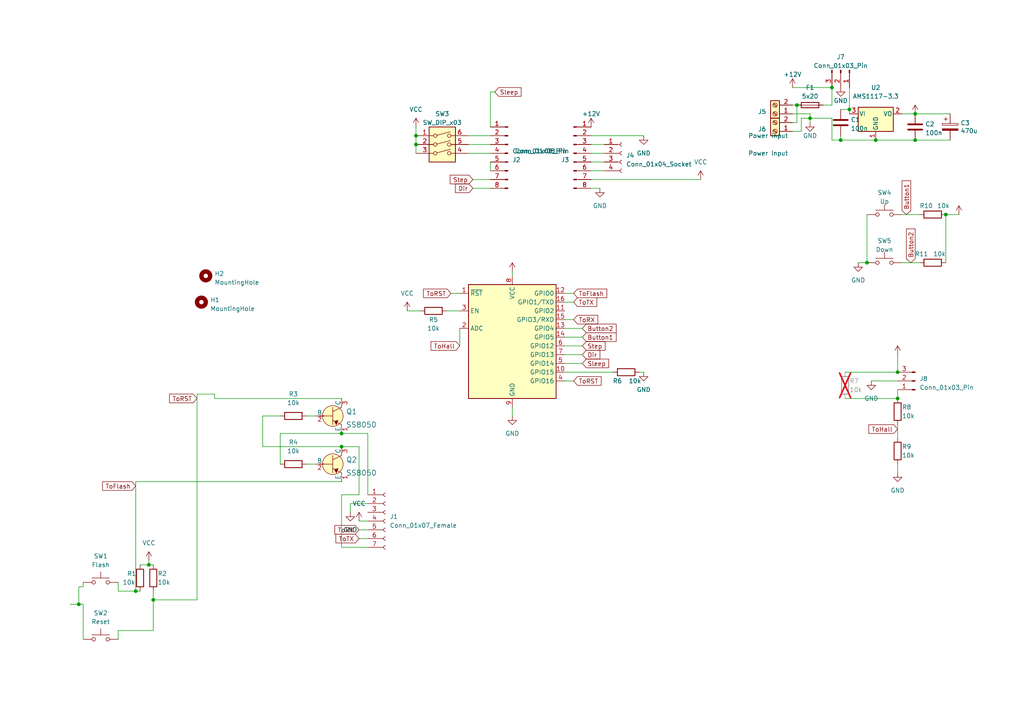
<source format=kicad_sch>
(kicad_sch (version 20230121) (generator eeschema)
  (paper "A4")
  (lib_symbols
    (symbol "Connector:Conn_01x03_Pin" (pin_names (offset 1.016) hide)
      (property "Reference" "J" (at 0 5.08 0))
      (property "Value" "Conn_01x03_Pin" (at 0 -5.08 0))
      (symbol "Conn_01x03_Pin_1_1"
        (polyline (pts (xy 1.27 -2.54) (xy 0.8636 -2.54)) (stroke (width 0.1524)))
        (polyline (pts (xy 1.27 0) (xy 0.8636 0)) (stroke (width 0.1524)))
        (polyline (pts (xy 1.27 2.54) (xy 0.8636 2.54)) (stroke (width 0.1524)))
        (rectangle (start 0.8636 -2.413) (end 0 -2.667) (stroke (width 0.1524)) (fill (type outline)))
        (rectangle (start 0.8636 0.127) (end 0 -0.127) (stroke (width 0.1524)) (fill (type outline)))
        (rectangle (start 0.8636 2.667) (end 0 2.413) (stroke (width 0.1524)) (fill (type outline)))
        (pin passive line (at 5.08 2.54 180) (length 3.81) (name "Pin_1") (number "1"))
        (pin passive line (at 5.08 0 180) (length 3.81) (name "Pin_2") (number "2"))
        (pin passive line (at 5.08 -2.54 180) (length 3.81) (name "Pin_3") (number "3"))
      )
    )
    (symbol "Connector:Conn_01x04_Socket" (pin_names (offset 1.016) hide)
      (property "Reference" "J" (at 0 5.08 0))
      (property "Value" "Conn_01x04_Socket" (at 0 -7.62 0))
      (symbol "Conn_01x04_Socket_1_1"
        (arc (start 0 -4.572) (mid -0.5058 -5.08) (end 0 -5.588) (stroke (width 0.1524)))
        (arc (start 0 -2.032) (mid -0.5058 -2.54) (end 0 -3.048) (stroke (width 0.1524)))
        (polyline (pts (xy -1.27 -5.08) (xy -0.508 -5.08)) (stroke (width 0.1524)))
        (polyline (pts (xy -1.27 -2.54) (xy -0.508 -2.54)) (stroke (width 0.1524)))
        (polyline (pts (xy -1.27 0) (xy -0.508 0)) (stroke (width 0.1524)))
        (polyline (pts (xy -1.27 2.54) (xy -0.508 2.54)) (stroke (width 0.1524)))
        (arc (start 0 0.508) (mid -0.5058 0) (end 0 -0.508) (stroke (width 0.1524)))
        (arc (start 0 3.048) (mid -0.5058 2.54) (end 0 2.032) (stroke (width 0.1524)))
        (pin passive line (at -5.08 2.54 0) (length 3.81) (name "Pin_1") (number "1"))
        (pin passive line (at -5.08 0 0) (length 3.81) (name "Pin_2") (number "2"))
        (pin passive line (at -5.08 -2.54 0) (length 3.81) (name "Pin_3") (number "3"))
        (pin passive line (at -5.08 -5.08 0) (length 3.81) (name "Pin_4") (number "4"))
      )
    )
    (symbol "Connector:Conn_01x07_Female" (pin_names (offset 1.016) hide)
      (property "Reference" "J" (at 0 10.16 0))
      (property "Value" "Conn_01x07_Female" (at 0 -10.16 0))
      (symbol "Conn_01x07_Female_1_1"
        (arc (start 0 -7.112) (mid -0.5058 -7.62) (end 0 -8.128) (stroke (width 0.1524)))
        (arc (start 0 -4.572) (mid -0.5058 -5.08) (end 0 -5.588) (stroke (width 0.1524)))
        (arc (start 0 -2.032) (mid -0.5058 -2.54) (end 0 -3.048) (stroke (width 0.1524)))
        (polyline (pts (xy -1.27 -7.62) (xy -0.508 -7.62)) (stroke (width 0.1524)))
        (polyline (pts (xy -1.27 -5.08) (xy -0.508 -5.08)) (stroke (width 0.1524)))
        (polyline (pts (xy -1.27 -2.54) (xy -0.508 -2.54)) (stroke (width 0.1524)))
        (polyline (pts (xy -1.27 0) (xy -0.508 0)) (stroke (width 0.1524)))
        (polyline (pts (xy -1.27 2.54) (xy -0.508 2.54)) (stroke (width 0.1524)))
        (polyline (pts (xy -1.27 5.08) (xy -0.508 5.08)) (stroke (width 0.1524)))
        (polyline (pts (xy -1.27 7.62) (xy -0.508 7.62)) (stroke (width 0.1524)))
        (arc (start 0 0.508) (mid -0.5058 0) (end 0 -0.508) (stroke (width 0.1524)))
        (arc (start 0 3.048) (mid -0.5058 2.54) (end 0 2.032) (stroke (width 0.1524)))
        (arc (start 0 5.588) (mid -0.5058 5.08) (end 0 4.572) (stroke (width 0.1524)))
        (arc (start 0 8.128) (mid -0.5058 7.62) (end 0 7.112) (stroke (width 0.1524)))
        (pin passive line (at -5.08 7.62 0) (length 3.81) (name "Pin_1") (number "1"))
        (pin passive line (at -5.08 5.08 0) (length 3.81) (name "Pin_2") (number "2"))
        (pin passive line (at -5.08 2.54 0) (length 3.81) (name "Pin_3") (number "3"))
        (pin passive line (at -5.08 0 0) (length 3.81) (name "Pin_4") (number "4"))
        (pin passive line (at -5.08 -2.54 0) (length 3.81) (name "Pin_5") (number "5"))
        (pin passive line (at -5.08 -5.08 0) (length 3.81) (name "Pin_6") (number "6"))
        (pin passive line (at -5.08 -7.62 0) (length 3.81) (name "Pin_7") (number "7"))
      )
    )
    (symbol "Connector:Conn_01x08_Pin" (pin_names (offset 1.016) hide)
      (property "Reference" "J" (at 0 10.16 0))
      (property "Value" "Conn_01x08_Pin" (at 0 -12.7 0))
      (symbol "Conn_01x08_Pin_1_1"
        (polyline (pts (xy 1.27 -10.16) (xy 0.8636 -10.16)) (stroke (width 0.1524)))
        (polyline (pts (xy 1.27 -7.62) (xy 0.8636 -7.62)) (stroke (width 0.1524)))
        (polyline (pts (xy 1.27 -5.08) (xy 0.8636 -5.08)) (stroke (width 0.1524)))
        (polyline (pts (xy 1.27 -2.54) (xy 0.8636 -2.54)) (stroke (width 0.1524)))
        (polyline (pts (xy 1.27 0) (xy 0.8636 0)) (stroke (width 0.1524)))
        (polyline (pts (xy 1.27 2.54) (xy 0.8636 2.54)) (stroke (width 0.1524)))
        (polyline (pts (xy 1.27 5.08) (xy 0.8636 5.08)) (stroke (width 0.1524)))
        (polyline (pts (xy 1.27 7.62) (xy 0.8636 7.62)) (stroke (width 0.1524)))
        (rectangle (start 0.8636 -10.033) (end 0 -10.287) (stroke (width 0.1524)) (fill (type outline)))
        (rectangle (start 0.8636 -7.493) (end 0 -7.747) (stroke (width 0.1524)) (fill (type outline)))
        (rectangle (start 0.8636 -4.953) (end 0 -5.207) (stroke (width 0.1524)) (fill (type outline)))
        (rectangle (start 0.8636 -2.413) (end 0 -2.667) (stroke (width 0.1524)) (fill (type outline)))
        (rectangle (start 0.8636 0.127) (end 0 -0.127) (stroke (width 0.1524)) (fill (type outline)))
        (rectangle (start 0.8636 2.667) (end 0 2.413) (stroke (width 0.1524)) (fill (type outline)))
        (rectangle (start 0.8636 5.207) (end 0 4.953) (stroke (width 0.1524)) (fill (type outline)))
        (rectangle (start 0.8636 7.747) (end 0 7.493) (stroke (width 0.1524)) (fill (type outline)))
        (pin passive line (at 5.08 7.62 180) (length 3.81) (name "Pin_1") (number "1"))
        (pin passive line (at 5.08 5.08 180) (length 3.81) (name "Pin_2") (number "2"))
        (pin passive line (at 5.08 2.54 180) (length 3.81) (name "Pin_3") (number "3"))
        (pin passive line (at 5.08 0 180) (length 3.81) (name "Pin_4") (number "4"))
        (pin passive line (at 5.08 -2.54 180) (length 3.81) (name "Pin_5") (number "5"))
        (pin passive line (at 5.08 -5.08 180) (length 3.81) (name "Pin_6") (number "6"))
        (pin passive line (at 5.08 -7.62 180) (length 3.81) (name "Pin_7") (number "7"))
        (pin passive line (at 5.08 -10.16 180) (length 3.81) (name "Pin_8") (number "8"))
      )
    )
    (symbol "Connector:Screw_Terminal_01x02" (pin_names (offset 1.016) hide)
      (property "Reference" "J" (at 0 2.54 0))
      (property "Value" "Screw_Terminal_01x02" (at 0 -5.08 0))
      (symbol "Screw_Terminal_01x02_1_1"
        (rectangle (start -1.27 1.27) (end 1.27 -3.81) (stroke (width 0.254)) (fill (type background)))
        (circle (center 0 -2.54) (radius 0.635) (stroke (width 0.1524)))
        (polyline (pts (xy -0.5334 -2.2098) (xy 0.3302 -3.048)) (stroke (width 0.1524)))
        (polyline (pts (xy -0.5334 0.3302) (xy 0.3302 -0.508)) (stroke (width 0.1524)))
        (polyline (pts (xy -0.3556 -2.032) (xy 0.508 -2.8702)) (stroke (width 0.1524)))
        (polyline (pts (xy -0.3556 0.508) (xy 0.508 -0.3302)) (stroke (width 0.1524)))
        (circle (center 0 0) (radius 0.635) (stroke (width 0.1524)))
        (pin passive line (at -5.08 0 0) (length 3.81) (name "Pin_1") (number "1"))
        (pin passive line (at -5.08 -2.54 0) (length 3.81) (name "Pin_2") (number "2"))
      )
    )
    (symbol "Device:C" (pin_numbers hide) (pin_names (offset 0.254))
      (property "Reference" "C" (at 0.635 2.54 0))
      (property "Value" "C" (at 0.635 -2.54 0))
      (symbol "C_0_1"
        (polyline (pts (xy -2.032 -0.762) (xy 2.032 -0.762)) (stroke (width 0.508)))
        (polyline (pts (xy -2.032 0.762) (xy 2.032 0.762)) (stroke (width 0.508)))
      )
      (symbol "C_1_1"
        (pin passive line (at 0 3.81 270) (length 2.794) (name "~") (number "1"))
        (pin passive line (at 0 -3.81 90) (length 2.794) (name "~") (number "2"))
      )
    )
    (symbol "Device:Fuse" (pin_numbers hide) (pin_names (offset 0))
      (property "Reference" "F" (at 2.032 0 90))
      (property "Value" "Fuse" (at -1.905 0 90))
      (symbol "Fuse_0_1"
        (rectangle (start -0.762 -2.54) (end 0.762 2.54) (stroke (width 0.254)))
        (polyline (pts (xy 0 2.54) (xy 0 -2.54)))
      )
      (symbol "Fuse_1_1"
        (pin passive line (at 0 3.81 270) (length 1.27) (name "~") (number "1"))
        (pin passive line (at 0 -3.81 90) (length 1.27) (name "~") (number "2"))
      )
    )
    (symbol "Device:R" (pin_numbers hide) (pin_names (offset 0))
      (property "Reference" "R" (at 2.032 0 90))
      (property "Value" "R" (at 0 0 90))
      (symbol "R_0_1"
        (rectangle (start -1.016 -2.54) (end 1.016 2.54) (stroke (width 0.254)))
      )
      (symbol "R_1_1"
        (pin passive line (at 0 3.81 270) (length 1.27) (name "~") (number "1"))
        (pin passive line (at 0 -3.81 90) (length 1.27) (name "~") (number "2"))
      )
    )
    (symbol "Mechanical:MountingHole" (pin_names (offset 1.016))
      (property "Reference" "H" (at 0 5.08 0))
      (property "Value" "MountingHole" (at 0 3.175 0))
      (symbol "MountingHole_0_1"
        (circle (center 0 0) (radius 1.27) (stroke (width 1.27)))
      )
    )
    (symbol "RF_Module:ESP-07"
      (property "Reference" "U" (at -12.7 19.05 0))
      (property "Value" "ESP-07" (at 12.7 19.05 0))
      (symbol "ESP-07_0_1"
        (rectangle (start -12.7 17.78) (end 12.7 -15.24) (stroke (width 0.254)) (fill (type background)))
      )
      (symbol "ESP-07_1_1"
        (pin input line (at -15.24 15.24 0) (length 2.54) (name "~{RST}") (number "1"))
        (pin bidirectional line (at 15.24 -7.62 180) (length 2.54) (name "GPIO15") (number "10"))
        (pin bidirectional line (at 15.24 10.16 180) (length 2.54) (name "GPIO2") (number "11"))
        (pin bidirectional line (at 15.24 15.24 180) (length 2.54) (name "GPIO0") (number "12"))
        (pin bidirectional line (at 15.24 5.08 180) (length 2.54) (name "GPIO4") (number "13"))
        (pin bidirectional line (at 15.24 2.54 180) (length 2.54) (name "GPIO5") (number "14"))
        (pin bidirectional line (at 15.24 7.62 180) (length 2.54) (name "GPIO3/RXD") (number "15"))
        (pin bidirectional line (at 15.24 12.7 180) (length 2.54) (name "GPIO1/TXD") (number "16"))
        (pin input line (at -15.24 5.08 0) (length 2.54) (name "ADC") (number "2"))
        (pin input line (at -15.24 10.16 0) (length 2.54) (name "EN") (number "3"))
        (pin bidirectional line (at 15.24 -10.16 180) (length 2.54) (name "GPIO16") (number "4"))
        (pin bidirectional line (at 15.24 -5.08 180) (length 2.54) (name "GPIO14") (number "5"))
        (pin bidirectional line (at 15.24 0 180) (length 2.54) (name "GPIO12") (number "6"))
        (pin bidirectional line (at 15.24 -2.54 180) (length 2.54) (name "GPIO13") (number "7"))
        (pin power_in line (at 0 20.32 270) (length 2.54) (name "VCC") (number "8"))
        (pin power_in line (at 0 -17.78 90) (length 2.54) (name "GND") (number "9"))
      )
    )
    (symbol "Regulator_Linear:AMS1117-3.3" (pin_names (offset 0.254))
      (property "Reference" "U" (at -3.81 3.175 0))
      (property "Value" "AMS1117-3.3" (at 0 3.175 0))
      (symbol "AMS1117-3.3_0_1"
        (rectangle (start -5.08 -5.08) (end 5.08 1.905) (stroke (width 0.254)) (fill (type background)))
      )
      (symbol "AMS1117-3.3_1_1"
        (pin power_in line (at 0 -7.62 90) (length 2.54) (name "GND") (number "1"))
        (pin power_out line (at 7.62 0 180) (length 2.54) (name "VO") (number "2"))
        (pin power_in line (at -7.62 0 0) (length 2.54) (name "VI") (number "3"))
      )
    )
    (symbol "Switch:SW_DIP_x03" (pin_names (offset 0) hide)
      (property "Reference" "SW" (at 0 8.89 0))
      (property "Value" "SW_DIP_x03" (at 0 -3.81 0))
      (symbol "SW_DIP_x03_0_0"
        (circle (center -2.032 0) (radius 0.508))
        (circle (center -2.032 2.54) (radius 0.508))
        (circle (center -2.032 5.08) (radius 0.508))
        (polyline (pts (xy -1.524 0.127) (xy 2.3622 1.1684)))
        (polyline (pts (xy -1.524 2.667) (xy 2.3622 3.7084)))
        (polyline (pts (xy -1.524 5.207) (xy 2.3622 6.2484)))
        (circle (center 2.032 0) (radius 0.508))
        (circle (center 2.032 2.54) (radius 0.508))
        (circle (center 2.032 5.08) (radius 0.508))
      )
      (symbol "SW_DIP_x03_0_1"
        (rectangle (start -3.81 7.62) (end 3.81 -2.54) (stroke (width 0.254)) (fill (type background)))
      )
      (symbol "SW_DIP_x03_1_1"
        (pin passive line (at -7.62 5.08 0) (length 5.08) (name "~") (number "1"))
        (pin passive line (at -7.62 2.54 0) (length 5.08) (name "~") (number "2"))
        (pin passive line (at -7.62 0 0) (length 5.08) (name "~") (number "3"))
        (pin passive line (at 7.62 0 180) (length 5.08) (name "~") (number "4"))
        (pin passive line (at 7.62 2.54 180) (length 5.08) (name "~") (number "5"))
        (pin passive line (at 7.62 5.08 180) (length 5.08) (name "~") (number "6"))
      )
    )
    (symbol "Switch:SW_Push" (pin_numbers hide) (pin_names (offset 1.016) hide)
      (property "Reference" "SW" (at 1.27 2.54 0))
      (property "Value" "SW_Push" (at 0 -1.524 0))
      (symbol "SW_Push_0_1"
        (circle (center -2.032 0) (radius 0.508))
        (polyline (pts (xy 0 1.27) (xy 0 3.048)))
        (polyline (pts (xy 2.54 1.27) (xy -2.54 1.27)))
        (circle (center 2.032 0) (radius 0.508))
        (pin passive line (at -5.08 0 0) (length 2.54) (name "1") (number "1"))
        (pin passive line (at 5.08 0 180) (length 2.54) (name "2") (number "2"))
      )
    )
    (symbol "display_board-rescue:CP-Device" (pin_numbers hide) (pin_names (offset 0.254))
      (property "Reference" "C" (at 0.635 2.54 0))
      (property "Value" "CP-Device" (at 0.635 -2.54 0))
      (symbol "CP-Device_0_1"
        (rectangle (start -2.286 0.508) (end 2.286 1.016))
        (polyline (pts (xy -1.778 2.286) (xy -0.762 2.286)))
        (polyline (pts (xy -1.27 2.794) (xy -1.27 1.778)))
        (rectangle (start 2.286 -0.508) (end -2.286 -1.016) (fill (type outline)))
      )
      (symbol "CP-Device_1_1"
        (pin passive line (at 0 3.81 270) (length 2.794) (name "~") (number "1"))
        (pin passive line (at 0 -3.81 90) (length 2.794) (name "~") (number "2"))
      )
    )
    (symbol "dk_Transistors-Bipolar-BJT-Single:2N2222" (pin_names (offset 0))
      (property "Reference" "Q" (at -2.3876 3.9116 0))
      (property "Value" "2N2222" (at 5.08 0 90))
      (symbol "2N2222_0_1"
        (polyline (pts (xy -3.81 0) (xy -2.54 0)))
        (polyline (pts (xy -3.556 0) (xy 0 0)))
        (polyline (pts (xy 0 -1.27) (xy 2.54 -2.54)))
        (polyline (pts (xy 0 1.27) (xy 2.54 2.54)))
        (polyline (pts (xy 0 2.54) (xy 0 -2.54)))
        (polyline (pts (xy 1.016 2.54) (xy 0.508 1.524) (xy 1.524 1.27) (xy 1.016 2.54)) (fill (type outline)))
        (circle (center 0 0) (radius 2.9972) (fill (type background)))
      )
      (symbol "2N2222_1_1"
        (pin passive line (at 2.54 5.08 270) (length 2.54) (name "E") (number "1"))
        (pin input line (at -5.08 0 0) (length 2.54) (name "B") (number "2"))
        (pin passive line (at 2.54 -5.08 90) (length 2.54) (name "C") (number "3"))
      )
    )
    (symbol "power:+12V" (power) (pin_names (offset 0))
      (property "Value" "+12V" (at 0 3.556 0))
      (symbol "+12V_0_1"
        (polyline (pts (xy -0.762 1.27) (xy 0 2.54)))
        (polyline (pts (xy 0 0) (xy 0 2.54)))
        (polyline (pts (xy 0 2.54) (xy 0.762 1.27)))
      )
      (symbol "+12V_1_1"
        (pin power_in line (at 0 0 90) (length 0) hide (name "+12V") (number "1"))
      )
    )
    (symbol "power:GND" (power) (pin_names (offset 0))
      (property "Value" "GND" (at 0 -3.81 0))
      (symbol "GND_0_1"
        (polyline (pts (xy 0 0) (xy 0 -1.27) (xy 1.27 -1.27) (xy 0 -2.54) (xy -1.27 -1.27) (xy 0 -1.27)))
      )
      (symbol "GND_1_1"
        (pin power_in line (at 0 0 270) (length 0) hide (name "GND") (number "1"))
      )
    )
    (symbol "power:VCC" (power) (pin_names (offset 0))
      (property "Value" "VCC" (at 0 3.81 0))
      (symbol "VCC_0_1"
        (polyline (pts (xy -0.762 1.27) (xy 0 2.54)))
        (polyline (pts (xy 0 0) (xy 0 2.54)))
        (polyline (pts (xy 0 2.54) (xy 0.762 1.27)))
      )
      (symbol "VCC_1_1"
        (pin power_in line (at 0 0 90) (length 0) hide (name "VCC") (number "1"))
      )
    )
  )
  (junction (at 241.3 25.4))
  (junction (at 43.18 163.83))
  (junction (at 99.06 125.73))
  (junction (at 231.14 30.48))
  (junction (at 260.35 115.57))
  (junction (at 120.65 41.91))
  (junction (at 251.46 76.2))
  (junction (at 254 40.64))
  (junction (at 39.37 171.45))
  (junction (at 243.84 40.64))
  (junction (at 265.43 33.02))
  (junction (at 99.06 129.54))
  (junction (at 234.95 34.29))
  (junction (at 44.45 173.99))
  (junction (at 120.65 39.37))
  (junction (at 22.86 175.26))
  (junction (at 265.43 40.64))
  (junction (at 260.35 107.95))
  (junction (at 274.32 62.23))
  (junction (at 246.38 31.75))
  (wire (pts (xy 137.16 52.07) (xy 142.24 52.07)))
  (wire (pts (xy 245.11 115.57) (xy 260.35 115.57)))
  (wire (pts (xy 171.45 49.53) (xy 175.26 49.53)))
  (wire (pts (xy 260.35 102.87) (xy 260.35 107.95)))
  (wire (pts (xy 163.83 105.41) (xy 168.91 105.41)))
  (wire (pts (xy 76.2 120.65) (xy 76.2 129.54)))
  (wire (pts (xy 265.43 40.64) (xy 275.59 40.64)))
  (wire (pts (xy 106.68 153.67) (xy 104.14 153.67)))
  (wire (pts (xy 163.83 92.71) (xy 166.37 92.71)))
  (wire (pts (xy 229.87 25.4) (xy 241.3 25.4)))
  (wire (pts (xy 62.23 114.3) (xy 57.15 114.3)))
  (wire (pts (xy 40.64 163.83) (xy 43.18 163.83)))
  (wire (pts (xy 274.32 62.23) (xy 278.13 62.23)))
  (wire (pts (xy 163.83 87.63) (xy 166.37 87.63)))
  (wire (pts (xy 260.35 113.03) (xy 260.35 115.57)))
  (wire (pts (xy 229.87 35.56) (xy 231.14 35.56)))
  (wire (pts (xy 163.83 110.49) (xy 166.37 110.49)))
  (wire (pts (xy 20.32 175.26) (xy 22.86 175.26)))
  (wire (pts (xy 104.14 156.21) (xy 106.68 156.21)))
  (wire (pts (xy 120.65 36.83) (xy 120.65 39.37)))
  (wire (pts (xy 243.84 40.64) (xy 241.3 40.64)))
  (wire (pts (xy 99.06 125.73) (xy 106.68 125.73)))
  (wire (pts (xy 186.69 107.95) (xy 185.42 107.95)))
  (wire (pts (xy 101.6 146.05) (xy 101.6 148.59)))
  (wire (pts (xy 99.06 139.7) (xy 39.37 139.7)))
  (wire (pts (xy 44.45 173.99) (xy 57.15 173.99)))
  (wire (pts (xy 274.32 62.23) (xy 274.32 76.2)))
  (wire (pts (xy 81.28 120.65) (xy 76.2 120.65)))
  (wire (pts (xy 163.83 102.87) (xy 168.91 102.87)))
  (wire (pts (xy 261.62 33.02) (xy 265.43 33.02)))
  (wire (pts (xy 171.45 44.45) (xy 175.26 44.45)))
  (wire (pts (xy 254 40.64) (xy 243.84 40.64)))
  (wire (pts (xy 148.59 78.74) (xy 148.59 80.01)))
  (wire (pts (xy 99.06 143.51) (xy 99.06 158.75)))
  (wire (pts (xy 44.45 173.99) (xy 44.45 171.45)))
  (wire (pts (xy 142.24 36.83) (xy 142.24 26.67)))
  (wire (pts (xy 234.95 33.02) (xy 229.87 33.02)))
  (wire (pts (xy 241.3 34.29) (xy 234.95 34.29)))
  (wire (pts (xy 106.68 125.73) (xy 106.68 143.51)))
  (wire (pts (xy 24.13 175.26) (xy 24.13 185.42)))
  (wire (pts (xy 171.45 54.61) (xy 173.99 54.61)))
  (wire (pts (xy 246.38 31.75) (xy 246.38 33.02)))
  (wire (pts (xy 163.83 85.09) (xy 166.37 85.09)))
  (wire (pts (xy 57.15 114.3) (xy 57.15 173.99)))
  (wire (pts (xy 76.2 129.54) (xy 99.06 129.54)))
  (wire (pts (xy 163.83 107.95) (xy 177.8 107.95)))
  (wire (pts (xy 88.9 120.65) (xy 91.44 120.65)))
  (wire (pts (xy 243.84 39.37) (xy 243.84 40.64)))
  (wire (pts (xy 104.14 151.13) (xy 106.68 151.13)))
  (wire (pts (xy 171.45 39.37) (xy 186.69 39.37)))
  (wire (pts (xy 81.28 125.73) (xy 99.06 125.73)))
  (wire (pts (xy 106.68 146.05) (xy 101.6 146.05)))
  (wire (pts (xy 234.95 35.56) (xy 234.95 34.29)))
  (wire (pts (xy 106.68 158.75) (xy 99.06 158.75)))
  (wire (pts (xy 120.65 41.91) (xy 120.65 44.45)))
  (wire (pts (xy 142.24 26.67) (xy 143.51 26.67)))
  (wire (pts (xy 24.13 168.91) (xy 24.13 170.18)))
  (wire (pts (xy 133.35 95.25) (xy 133.35 100.33)))
  (wire (pts (xy 43.18 163.83) (xy 44.45 163.83)))
  (wire (pts (xy 163.83 97.79) (xy 168.91 97.79)))
  (wire (pts (xy 62.23 115.57) (xy 99.06 115.57)))
  (wire (pts (xy 245.11 107.95) (xy 260.35 107.95)))
  (wire (pts (xy 135.89 44.45) (xy 142.24 44.45)))
  (wire (pts (xy 229.87 38.1) (xy 232.41 38.1)))
  (wire (pts (xy 171.45 52.07) (xy 203.2 52.07)))
  (wire (pts (xy 142.24 46.99) (xy 142.24 49.53)))
  (wire (pts (xy 34.29 182.88) (xy 34.29 185.42)))
  (wire (pts (xy 163.83 95.25) (xy 168.91 95.25)))
  (wire (pts (xy 232.41 34.29) (xy 234.95 34.29)))
  (wire (pts (xy 171.45 41.91) (xy 175.26 41.91)))
  (wire (pts (xy 88.9 134.62) (xy 91.44 134.62)))
  (wire (pts (xy 120.65 39.37) (xy 120.65 41.91)))
  (wire (pts (xy 260.35 134.62) (xy 260.35 137.16)))
  (wire (pts (xy 99.06 129.54) (xy 104.14 129.54)))
  (wire (pts (xy 241.3 40.64) (xy 241.3 34.29)))
  (wire (pts (xy 163.83 100.33) (xy 168.91 100.33)))
  (wire (pts (xy 34.29 168.91) (xy 34.29 171.45)))
  (wire (pts (xy 254 40.64) (xy 265.43 40.64)))
  (wire (pts (xy 24.13 175.26) (xy 22.86 175.26)))
  (wire (pts (xy 104.14 143.51) (xy 99.06 143.51)))
  (wire (pts (xy 34.29 171.45) (xy 39.37 171.45)))
  (wire (pts (xy 135.89 39.37) (xy 142.24 39.37)))
  (wire (pts (xy 265.43 33.02) (xy 275.59 33.02)))
  (wire (pts (xy 81.28 134.62) (xy 81.28 125.73)))
  (wire (pts (xy 234.95 34.29) (xy 234.95 33.02)))
  (wire (pts (xy 43.18 162.56) (xy 43.18 163.83)))
  (wire (pts (xy 252.73 110.49) (xy 260.35 110.49)))
  (wire (pts (xy 62.23 114.3) (xy 62.23 115.57)))
  (wire (pts (xy 246.38 31.75) (xy 243.84 31.75)))
  (wire (pts (xy 232.41 38.1) (xy 232.41 34.29)))
  (wire (pts (xy 104.14 129.54) (xy 104.14 143.51)))
  (wire (pts (xy 251.46 62.23) (xy 251.46 76.2)))
  (wire (pts (xy 44.45 182.88) (xy 34.29 182.88)))
  (wire (pts (xy 135.89 41.91) (xy 142.24 41.91)))
  (wire (pts (xy 148.59 118.11) (xy 148.59 120.65)))
  (wire (pts (xy 229.87 30.48) (xy 231.14 30.48)))
  (wire (pts (xy 261.62 76.2) (xy 266.7 76.2)))
  (wire (pts (xy 22.86 175.26) (xy 22.86 170.18)))
  (wire (pts (xy 44.45 182.88) (xy 44.45 173.99)))
  (wire (pts (xy 261.62 62.23) (xy 266.7 62.23)))
  (wire (pts (xy 22.86 170.18) (xy 24.13 170.18)))
  (wire (pts (xy 129.54 90.17) (xy 133.35 90.17)))
  (wire (pts (xy 171.45 46.99) (xy 175.26 46.99)))
  (wire (pts (xy 231.14 35.56) (xy 231.14 30.48)))
  (wire (pts (xy 248.92 76.2) (xy 251.46 76.2)))
  (wire (pts (xy 39.37 139.7) (xy 39.37 171.45)))
  (wire (pts (xy 238.76 30.48) (xy 241.3 30.48)))
  (wire (pts (xy 137.16 54.61) (xy 142.24 54.61)))
  (wire (pts (xy 246.38 25.4) (xy 246.38 31.75)))
  (wire (pts (xy 130.81 85.09) (xy 133.35 85.09)))
  (wire (pts (xy 39.37 171.45) (xy 40.64 171.45)))
  (wire (pts (xy 260.35 123.19) (xy 260.35 127)))
  (wire (pts (xy 241.3 30.48) (xy 241.3 25.4)))
  (wire (pts (xy 118.11 90.17) (xy 121.92 90.17)))
  (global_label "Sleep" (shape input) (at 168.91 105.41 0) (property "Intersheetrefs" "${INTERSHEET_REFS}" (effects hide)))
  (global_label "ToFlash" (shape input) (at 39.37 140.97 180) (property "Intersheetrefs" "${INTERSHEET_REFS}" (effects hide)))
  (global_label "ToRX" (shape input) (at 166.37 92.71 0) (property "Intersheetrefs" "${INTERSHEET_REFS}" (effects hide)))
  (global_label "ToHall" (shape input) (at 260.35 124.46 180) (property "Intersheetrefs" "${INTERSHEET_REFS}" (effects hide)))
  (global_label "ToHall" (shape input) (at 133.35 100.33 180) (property "Intersheetrefs" "${INTERSHEET_REFS}" (effects hide)))
  (global_label "ToTX" (shape input) (at 166.37 87.63 0) (property "Intersheetrefs" "${INTERSHEET_REFS}" (effects hide)))
  (global_label "Dir" (shape input) (at 137.16 54.61 180) (property "Intersheetrefs" "${INTERSHEET_REFS}" (effects hide)))
  (global_label "ToRX" (shape input) (at 104.14 153.67 180) (property "Intersheetrefs" "${INTERSHEET_REFS}" (effects hide)))
  (global_label "ToRST" (shape input) (at 57.15 115.57 180) (property "Intersheetrefs" "${INTERSHEET_REFS}" (effects hide)))
  (global_label "Button2" (shape input) (at 168.91 95.25 0) (property "Intersheetrefs" "${INTERSHEET_REFS}" (effects hide)))
  (global_label "Dir" (shape input) (at 168.91 102.87 0) (property "Intersheetrefs" "${INTERSHEET_REFS}" (effects hide)))
  (global_label "ToRST" (shape input) (at 130.81 85.09 180) (property "Intersheetrefs" "${INTERSHEET_REFS}" (effects hide)))
  (global_label "Button1" (shape input) (at 262.89 62.23 90) (property "Intersheetrefs" "${INTERSHEET_REFS}" (effects hide)))
  (global_label "Button1" (shape input) (at 168.91 97.79 0) (property "Intersheetrefs" "${INTERSHEET_REFS}" (effects hide)))
  (global_label "ToRST" (shape input) (at 166.37 110.49 0) (property "Intersheetrefs" "${INTERSHEET_REFS}" (effects hide)))
  (global_label "Sleep" (shape input) (at 143.51 26.67 0) (property "Intersheetrefs" "${INTERSHEET_REFS}" (effects hide)))
  (global_label "ToFlash" (shape input) (at 166.37 85.09 0) (property "Intersheetrefs" "${INTERSHEET_REFS}" (effects hide)))
  (global_label "Step" (shape input) (at 137.16 52.07 180) (property "Intersheetrefs" "${INTERSHEET_REFS}" (effects hide)))
  (global_label "Step" (shape input) (at 168.91 100.33 0) (property "Intersheetrefs" "${INTERSHEET_REFS}" (effects hide)))
  (global_label "Button2" (shape input) (at 264.16 76.2 90) (property "Intersheetrefs" "${INTERSHEET_REFS}" (effects hide)))
  (global_label "ToTX" (shape input) (at 104.14 156.21 180) (property "Intersheetrefs" "${INTERSHEET_REFS}" (effects hide)))
  (symbol (lib_id "Device:R") (at 245.11 111.76 0) (unit 1) (dnp yes)
    (property "Reference" "R7" (at 246.38 110.49 0) (effects (justify left)))
    (property "Value" "10k" (at 246.38 113.03 0) (effects (justify left)))
    (property "Footprint" "Resistor_THT:R_Axial_DIN0207_L6.3mm_D2.5mm_P10.16mm_Horizontal" (effects hide))
  )
  (symbol (lib_id "Device:R") (at 260.35 119.38 0) (unit 1)
    (property "Reference" "R8" (at 261.62 118.11 0) (effects (justify left)))
    (property "Value" "10k" (at 261.62 120.65 0) (effects (justify left)))
    (property "Footprint" "Resistor_THT:R_Axial_DIN0207_L6.3mm_D2.5mm_P10.16mm_Horizontal" (effects hide))
  )
  (symbol (lib_id "Switch:SW_Push") (at 29.21 168.91 0) (unit 1)
    (property "Reference" "SW1" (at 29.21 161.29 0))
    (property "Value" "Flash" (at 29.21 163.83 0))
    (property "Footprint" "Button_Switch_THT:SW_PUSH_6mm" (effects hide))
  )
  (symbol (lib_id "power:VCC") (at 43.18 162.56 0) (unit 1)
    (property "Reference" "#PWR01" (effects hide))
    (property "Value" "VCC" (at 43.18 157.48 0))
  )
  (symbol (lib_id "Switch:SW_DIP_x03") (at 128.27 44.45 0) (unit 1)
    (property "Reference" "SW3" (at 128.27 33.02 0))
    (property "Value" "SW_DIP_x03" (at 128.27 35.56 0))
    (property "Footprint" "Button_Switch_THT:SW_DIP_SPSTx03_Slide_6.7x9.18mm_W7.62mm_P2.54mm_LowProfile" (effects hide))
  )
  (symbol (lib_id "dk_Transistors-Bipolar-BJT-Single:2N2222") (at 96.52 120.65 0) (mirror x) (unit 1)
    (property "Reference" "Q1" (at 100.33 119.38 0) (effects (font (size 1.524 1.524)) (justify left)))
    (property "Value" "SS8050" (at 100.33 123.19 0) (effects (font (size 1.524 1.524)) (justify left)))
    (property "Footprint" "Package_TO_SOT_THT:TO-92L_Inline_Wide" (effects hide))
    (property "Datasheet" "https://my.centralsemi.com/get_document.php?cmp=1&mergetype=pd&mergepath=pd&pdf_id=2N2221.PDF" (effects hide))
    (property "Digi-Key_PN" "2N2222CS-ND" (effects hide))
    (property "MPN" "2N2222" (effects hide))
    (property "Category" "Discrete Semiconductor Products" (effects hide))
    (property "Family" "Transistors - Bipolar (BJT) - Single" (effects hide))
    (property "DK_Datasheet_Link" "https://my.centralsemi.com/get_document.php?cmp=1&mergetype=pd&mergepath=pd&pdf_id=2N2221.PDF" (effects hide))
    (property "DK_Detail_Page" "/product-detail/en/central-semiconductor-corp/2N2222/2N2222CS-ND/4806844" (effects hide))
    (property "Description" "TRANS NPN 30V 0.8A TO-18" (effects hide))
    (property "Manufacturer" "Central Semiconductor Corp" (effects hide))
    (property "Status" "Active" (effects hide))
  )
  (symbol (lib_id "power:GND") (at 186.69 39.37 0) (unit 1)
    (property "Reference" "#PWR010" (effects hide))
    (property "Value" "GND" (at 186.69 44.45 0))
  )
  (symbol (lib_id "Connector:Conn_01x03_Pin") (at 265.43 110.49 180) (unit 1)
    (property "Reference" "J8" (at 266.7 109.855 0) (effects (justify right)))
    (property "Value" "Conn_01x03_Pin" (at 266.7 112.395 0) (effects (justify right)))
    (property "Footprint" "Connector_PinHeader_2.54mm:PinHeader_1x03_P2.54mm_Vertical" (effects hide))
  )
  (symbol (lib_id "Switch:SW_Push") (at 29.21 185.42 0) (unit 1)
    (property "Reference" "SW2" (at 29.21 177.8 0))
    (property "Value" "Reset" (at 29.21 180.34 0))
    (property "Footprint" "Button_Switch_THT:SW_PUSH_6mm" (effects hide))
  )
  (symbol (lib_id "Device:R") (at 125.73 90.17 270) (unit 1)
    (property "Reference" "R5" (at 125.73 92.71 90))
    (property "Value" "10k" (at 125.73 95.25 90))
    (property "Footprint" "Resistor_THT:R_Axial_DIN0207_L6.3mm_D2.5mm_P10.16mm_Horizontal" (effects hide))
  )
  (symbol (lib_id "Connector:Screw_Terminal_01x02") (at 224.79 33.02 180) (unit 1)
    (property "Reference" "J5" (at 222.25 32.385 0) (effects (justify left)))
    (property "Value" "Power Input" (at 228.6 39.37 0) (effects (justify left)))
    (property "Footprint" "TerminalBlock:TerminalBlock_Altech_AK300-2_P5.00mm" (effects hide))
  )
  (symbol (lib_id "Device:C") (at 243.84 35.56 0) (unit 1)
    (property "Reference" "C1" (at 246.761 34.7253 0) (effects (justify left)))
    (property "Value" "100n" (at 246.761 37.2622 0) (effects (justify left)))
    (property "Footprint" "Capacitor_THT:C_Disc_D4.3mm_W1.9mm_P5.00mm" (effects hide))
  )
  (symbol (lib_id "Device:R") (at 40.64 167.64 0) (unit 1)
    (property "Reference" "R1" (at 36.83 166.37 0) (effects (justify left)))
    (property "Value" "10k" (at 35.56 168.91 0) (effects (justify left)))
    (property "Footprint" "Resistor_THT:R_Axial_DIN0207_L6.3mm_D2.5mm_P10.16mm_Horizontal" (effects hide))
  )
  (symbol (lib_id "power:GND") (at 186.69 107.95 0) (unit 1)
    (property "Reference" "#PWR011" (effects hide))
    (property "Value" "GND" (at 186.69 113.03 0))
  )
  (symbol (lib_id "Connector:Conn_01x07_Female") (at 111.76 151.13 0) (unit 1)
    (property "Reference" "J1" (at 113.03 149.8599 0) (effects (justify left)))
    (property "Value" "Conn_01x07_Female" (at 113.03 152.3999 0) (effects (justify left)))
    (property "Footprint" "Connector_PinHeader_2.54mm:PinHeader_1x07_P2.54mm_Vertical" (effects hide))
  )
  (symbol (lib_id "power:VCC") (at 148.59 78.74 0) (unit 1)
    (property "Reference" "#PWR06" (effects hide))
    (property "Value" "VCC" (effects hide))
  )
  (symbol (lib_id "power:VCC") (at 265.43 33.02 0) (unit 1)
    (property "Reference" "#PWR020" (effects hide))
    (property "Value" "VCC" (effects hide))
  )
  (symbol (lib_id "Device:C") (at 265.43 36.83 0) (unit 1)
    (property "Reference" "C2" (at 268.351 35.9953 0) (effects (justify left)))
    (property "Value" "100n" (at 268.351 38.5322 0) (effects (justify left)))
    (property "Footprint" "Capacitor_THT:C_Disc_D4.3mm_W1.9mm_P5.00mm" (effects hide))
  )
  (symbol (lib_id "Mechanical:MountingHole") (at 58.42 87.63 0) (unit 1)
    (property "Reference" "H1" (at 60.96 86.995 0) (effects (justify left)))
    (property "Value" "MountingHole" (at 60.96 89.535 0) (effects (justify left)))
    (property "Footprint" "MountingHole:MountingHole_3mm" (effects hide))
  )
  (symbol (lib_id "Switch:SW_Push") (at 256.54 76.2 0) (unit 1)
    (property "Reference" "SW5" (at 256.54 69.85 0))
    (property "Value" "Down" (at 256.54 72.39 0))
    (property "Footprint" "Button_Switch_THT:SW_PUSH_6mm" (effects hide))
  )
  (symbol (lib_id "Device:R") (at 85.09 134.62 90) (unit 1)
    (property "Reference" "R4" (at 85.09 128.27 90))
    (property "Value" "10k" (at 85.09 130.81 90))
    (property "Footprint" "Resistor_THT:R_Axial_DIN0207_L6.3mm_D2.5mm_P10.16mm_Horizontal" (effects hide))
  )
  (symbol (lib_id "power:VCC") (at 120.65 36.83 0) (unit 1)
    (property "Reference" "#PWR05" (effects hide))
    (property "Value" "VCC" (at 120.65 31.75 0))
  )
  (symbol (lib_id "power:GND") (at 234.95 35.56 0) (unit 1)
    (property "Reference" "#PWR014" (effects hide))
    (property "Value" "GND" (at 234.95 39.37 0))
  )
  (symbol (lib_id "power:+12V") (at 229.87 25.4 0) (unit 1)
    (property "Reference" "#PWR013" (effects hide))
    (property "Value" "+12V" (at 229.87 21.59 0))
  )
  (symbol (lib_id "power:GND") (at 148.59 120.65 0) (unit 1)
    (property "Reference" "#PWR07" (effects hide))
    (property "Value" "GND" (at 148.59 125.73 0))
  )
  (symbol (lib_id "Connector:Screw_Terminal_01x02") (at 224.79 38.1 180) (unit 1)
    (property "Reference" "J6" (at 222.25 37.465 0) (effects (justify left)))
    (property "Value" "Power Input" (at 228.6 44.45 0) (effects (justify left)))
    (property "Footprint" "TerminalBlock:TerminalBlock_Altech_AK300-2_P5.00mm" (effects hide))
  )
  (symbol (lib_id "power:VCC") (at 278.13 62.23 0) (unit 1)
    (property "Reference" "#PWR021" (effects hide))
    (property "Value" "VCC" (effects hide))
  )
  (symbol (lib_id "power:GND") (at 101.6 148.59 0) (unit 1)
    (property "Reference" "#PWR02" (effects hide))
    (property "Value" "GND" (at 101.6 153.67 0))
  )
  (symbol (lib_id "Device:R") (at 85.09 120.65 90) (unit 1)
    (property "Reference" "R3" (at 85.09 114.3 90))
    (property "Value" "10k" (at 85.09 116.84 90))
    (property "Footprint" "Resistor_THT:R_Axial_DIN0207_L6.3mm_D2.5mm_P10.16mm_Horizontal" (effects hide))
  )
  (symbol (lib_id "Device:R") (at 260.35 130.81 0) (unit 1)
    (property "Reference" "R9" (at 261.62 129.54 0) (effects (justify left)))
    (property "Value" "10k" (at 261.62 132.08 0) (effects (justify left)))
    (property "Footprint" "Resistor_THT:R_Axial_DIN0207_L6.3mm_D2.5mm_P10.16mm_Horizontal" (effects hide))
  )
  (symbol (lib_id "power:GND") (at 252.73 110.49 0) (unit 1)
    (property "Reference" "#PWR017" (effects hide))
    (property "Value" "GND" (at 252.73 115.57 0))
  )
  (symbol (lib_id "Device:R") (at 181.61 107.95 90) (unit 1)
    (property "Reference" "R6" (at 179.07 110.49 90))
    (property "Value" "10k" (at 184.15 110.49 90))
    (property "Footprint" "Resistor_THT:R_Axial_DIN0207_L6.3mm_D2.5mm_P10.16mm_Horizontal" (effects hide))
  )
  (symbol (lib_id "power:+12V") (at 171.45 36.83 0) (unit 1)
    (property "Reference" "#PWR08" (effects hide))
    (property "Value" "+12V" (at 171.45 33.02 0))
  )
  (symbol (lib_id "RF_Module:ESP-07") (at 148.59 100.33 0) (unit 1)
    (property "Reference" "U1" (effects hide))
    (property "Value" "ESP-07" (effects hide))
    (property "Footprint" "RF_Module:ESP-07" (effects hide))
    (property "Datasheet" "http://wiki.ai-thinker.com/_media/esp8266/esp8266_series_modules_user_manual_v1.1.pdf" (effects hide))
  )
  (symbol (lib_id "Connector:Conn_01x04_Socket") (at 180.34 44.45 0) (unit 1)
    (property "Reference" "J4" (at 181.61 45.085 0) (effects (justify left)))
    (property "Value" "Conn_01x04_Socket" (at 181.61 47.625 0) (effects (justify left)))
    (property "Footprint" "Connector:FanPinHeader_1x04_P2.54mm_Vertical" (effects hide))
  )
  (symbol (lib_id "Connector:Conn_01x08_Pin") (at 166.37 44.45 0) (unit 1)
    (property "Reference" "J3" (at 165.1 46.355 0) (effects (justify right)))
    (property "Value" "Conn_01x08_Pin" (at 165.1 43.815 0) (effects (justify right)))
    (property "Footprint" "Connector_PinSocket_2.54mm:PinSocket_1x08_P2.54mm_Vertical" (effects hide))
  )
  (symbol (lib_id "Device:R") (at 44.45 167.64 0) (unit 1)
    (property "Reference" "R2" (at 45.72 166.37 0) (effects (justify left)))
    (property "Value" "10k" (at 45.72 168.91 0) (effects (justify left)))
    (property "Footprint" "Resistor_THT:R_Axial_DIN0207_L6.3mm_D2.5mm_P10.16mm_Horizontal" (effects hide))
  )
  (symbol (lib_id "Regulator_Linear:AMS1117-3.3") (at 254 33.02 0) (unit 1)
    (property "Reference" "U2" (at 254 25.4 0))
    (property "Value" "AMS1117-3.3" (at 254 27.94 0))
    (property "Footprint" "Package_TO_SOT_SMD:SOT-223-3_TabPin2" (effects hide))
    (property "Datasheet" "http://www.advanced-monolithic.com/pdf/ds1117.pdf" (effects hide))
  )
  (symbol (lib_id "power:GND") (at 248.92 76.2 0) (unit 1)
    (property "Reference" "#PWR016" (effects hide))
    (property "Value" "GND" (at 248.92 81.28 0))
  )
  (symbol (lib_id "power:GND") (at 243.84 25.4 0) (unit 1)
    (property "Reference" "#PWR015" (effects hide))
    (property "Value" "GND" (at 243.84 29.21 0))
  )
  (symbol (lib_id "power:GND") (at 173.99 54.61 0) (unit 1)
    (property "Reference" "#PWR09" (effects hide))
    (property "Value" "GND" (at 173.99 59.69 0))
  )
  (symbol (lib_id "power:VCC") (at 203.2 52.07 0) (unit 1)
    (property "Reference" "#PWR012" (effects hide))
    (property "Value" "VCC" (at 203.2 46.99 0))
  )
  (symbol (lib_id "Connector:Conn_01x08_Pin") (at 147.32 44.45 0) (mirror y) (unit 1)
    (property "Reference" "J2" (at 148.59 46.355 0) (effects (justify right)))
    (property "Value" "Conn_01x08_Pin" (at 148.59 43.815 0) (effects (justify right)))
    (property "Footprint" "Connector_PinSocket_2.54mm:PinSocket_1x08_P2.54mm_Vertical" (effects hide))
  )
  (symbol (lib_id "Device:Fuse") (at 234.95 30.48 90) (unit 1)
    (property "Reference" "F1" (at 234.95 25.4 90))
    (property "Value" "5x20" (at 234.95 27.94 90))
    (property "Footprint" "MyComponents:Fuseholder_Cylinder-5x20mm_Stelvio-Kontek_PTF76_Horizontal_Open" (effects hide))
  )
  (symbol (lib_id "power:VCC") (at 118.11 90.17 0) (unit 1)
    (property "Reference" "#PWR04" (effects hide))
    (property "Value" "VCC" (at 118.11 85.09 0))
  )
  (symbol (lib_id "Connector:Conn_01x03_Pin") (at 243.84 20.32 270) (unit 1)
    (property "Reference" "J7" (at 243.84 16.51 90))
    (property "Value" "Conn_01x03_Pin" (at 243.84 19.05 90))
    (property "Footprint" "Connector_PinHeader_2.54mm:PinHeader_1x03_P2.54mm_Vertical" (effects hide))
  )
  (symbol (lib_id "power:VCC") (at 260.35 102.87 0) (unit 1)
    (property "Reference" "#PWR018" (effects hide))
    (property "Value" "VCC" (effects hide))
  )
  (symbol (lib_id "Device:R") (at 270.51 62.23 270) (unit 1)
    (property "Reference" "R10" (at 266.7 59.69 90) (effects (justify left)))
    (property "Value" "10k" (at 271.78 59.69 90) (effects (justify left)))
    (property "Footprint" "Resistor_THT:R_Axial_DIN0207_L6.3mm_D2.5mm_P10.16mm_Horizontal" (effects hide))
  )
  (symbol (lib_id "power:GND") (at 260.35 137.16 0) (unit 1)
    (property "Reference" "#PWR019" (effects hide))
    (property "Value" "GND" (at 260.35 142.24 0))
  )
  (symbol (lib_id "Mechanical:MountingHole") (at 59.69 80.01 0) (unit 1)
    (property "Reference" "H2" (at 62.23 79.375 0) (effects (justify left)))
    (property "Value" "MountingHole" (at 62.23 81.915 0) (effects (justify left)))
    (property "Footprint" "MountingHole:MountingHole_3mm" (effects hide))
  )
  (symbol (lib_id "dk_Transistors-Bipolar-BJT-Single:2N2222") (at 96.52 134.62 0) (mirror x) (unit 1)
    (property "Reference" "Q2" (at 100.33 133.35 0) (effects (font (size 1.524 1.524)) (justify left)))
    (property "Value" "SS8050" (at 100.33 137.16 0) (effects (font (size 1.524 1.524)) (justify left)))
    (property "Footprint" "Package_TO_SOT_THT:TO-92L_Inline_Wide" (effects hide))
    (property "Datasheet" "https://my.centralsemi.com/get_document.php?cmp=1&mergetype=pd&mergepath=pd&pdf_id=2N2221.PDF" (effects hide))
    (property "Digi-Key_PN" "2N2222CS-ND" (effects hide))
    (property "MPN" "2N2222" (effects hide))
    (property "Category" "Discrete Semiconductor Products" (effects hide))
    (property "Family" "Transistors - Bipolar (BJT) - Single" (effects hide))
    (property "DK_Datasheet_Link" "https://my.centralsemi.com/get_document.php?cmp=1&mergetype=pd&mergepath=pd&pdf_id=2N2221.PDF" (effects hide))
    (property "DK_Detail_Page" "/product-detail/en/central-semiconductor-corp/2N2222/2N2222CS-ND/4806844" (effects hide))
    (property "Description" "TRANS NPN 30V 0.8A TO-18" (effects hide))
    (property "Manufacturer" "Central Semiconductor Corp" (effects hide))
    (property "Status" "Active" (effects hide))
  )
  (symbol (lib_id "Switch:SW_Push") (at 256.54 62.23 0) (unit 1)
    (property "Reference" "SW4" (at 256.54 55.88 0))
    (property "Value" "Up" (at 256.54 58.42 0))
    (property "Footprint" "Button_Switch_THT:SW_PUSH_6mm" (effects hide))
  )
  (symbol (lib_id "display_board-rescue:CP-Device") (at 275.59 36.83 0) (unit 1)
    (property "Reference" "C3" (at 278.5872 35.6616 0) (effects (justify left)))
    (property "Value" "470u" (at 278.5872 37.973 0) (effects (justify left)))
    (property "Footprint" "Capacitor_THT:CP_Radial_D8.0mm_P3.80mm" (effects hide))
  )
  (symbol (lib_id "power:VCC") (at 104.14 151.13 0) (unit 1)
    (property "Reference" "#PWR03" (effects hide))
    (property "Value" "VCC" (at 104.14 146.05 0))
  )
  (symbol (lib_id "Device:R") (at 270.51 76.2 90) (unit 1)
    (property "Reference" "R11" (at 269.24 73.66 90) (effects (justify left)))
    (property "Value" "10k" (at 274.32 73.66 90) (effects (justify left)))
    (property "Footprint" "Resistor_THT:R_Axial_DIN0207_L6.3mm_D2.5mm_P10.16mm_Horizontal" (effects hide))
  )
)
</source>
